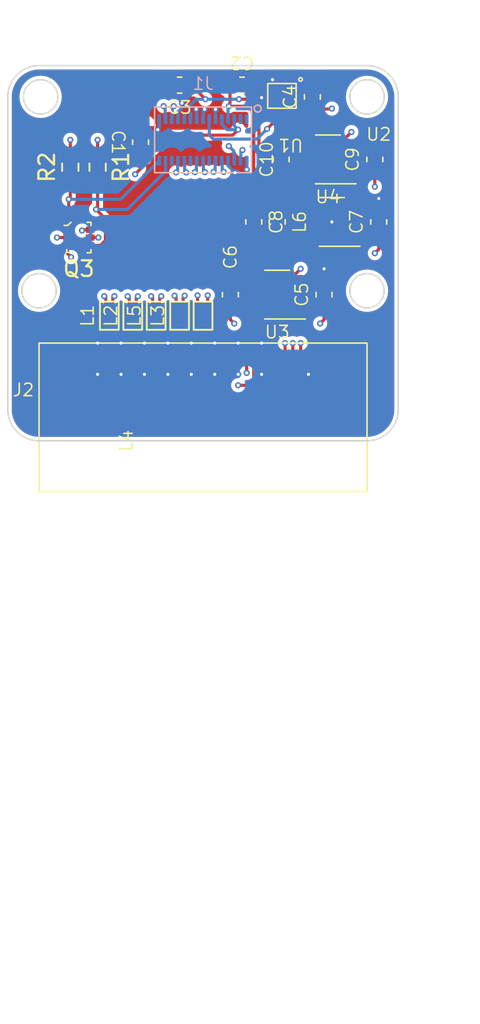
<source format=kicad_pcb>
(kicad_pcb (version 20211014) (generator pcbnew)
  (layers (0 "F.Cu" signal) (1 "In1.Cu" signal) (2 "In2.Cu" signal) (31 "B.Cu" signal) (34 "B.Paste" user) (35 "F.Paste" user) (36 "B.SilkS" user "B.Silkscreen") (37 "F.SilkS" user "F.Silkscreen") (38 "B.Mask" user) (39 "F.Mask" user) (44 "Edge.Cuts" user))
  (net 0 "")
  (net 1 "+1V8")
  (net 2 "SHELL")
  (net 3 "+1V2")
  (net 4 "+2V8")
  (net 5 "+5V")
  (net 8 "MCLK")
  (net 10 "CSI_D3P")
  (net 11 "CSI_D3N")
  (net 12 "CSI_D2N")
  (net 13 "CSI_D2P")
  (net 14 "CSI_D1N")
  (net 15 "CSI_D1P")
  (net 16 "CSI_D0N")
  (net 17 "CSI_D0P")
  (net 18 "CSI_CLKN")
  (net 19 "CSI_CLKP")
  (net 20 "SCL_1V8")
  (net 21 "SDA_1V8")
  (net 22 "MIPI_DATA_3_P")
  (net 23 "MIPI_DATA_3_N")
  (net 24 "MIPI_DATA_2_P")
  (net 25 "MIPI_DATA_2_N")
  (net 26 "MIPI_CLK_P")
  (net 27 "MIPI_CLK_N")
  (net 28 "MIPI_DATA_1_P")
  (net 29 "MIPI_DATA_1_N")
  (net 30 "MIPI_DATA_0_P")
  (net 31 "MIPI_DATA_0_N")
  (net 32 "SAI2_TXFS")
  (net 33 "SAI2_TXC")
  (net 34 "I2C_SCL_3V3")
  (net 35 "I2C_SDA_3V3")
  (net 36 "SAI2_RXD0")
  (net 37 "SAI2_TXD0")
  (net 38 "Net-(L6-Pad2)")
  (net 41 "GND")
  (footprint "unsurv_offline_pcb_footprints:Molex 505110-2891" (layer "F.Cu") (at 32.5 38.75)
    (fp_text reference "J2" (at -11.5 2 unlocked) (layer "F.SilkS") (effects (font (size 0.8 0.8) (thickness 0.1))))
    (fp_text value "FPC 28 pin connector")
    (pad "1" smd roundrect (at -6.75 0) (size 0.3 1) (layers "F.Cu" "F.Paste" "F.Mask") (net 41 "GND"))
    (pad "2" smd roundrect (at -6.25 0) (size 0.3 1) (layers "F.Cu" "F.Paste" "F.Mask") (net 22 "MIPI_DATA_3_P"))
    (pad "3" smd roundrect (at -5.75 0) (size 0.3 1) (layers "F.Cu" "F.Paste" "F.Mask") (net 23 "MIPI_DATA_3_N"))
    (pad "4" smd roundrect (at -5.25 0) (size 0.3 1) (layers "F.Cu" "F.Paste" "F.Mask") (net 41 "GND"))
    (pad "5" smd roundrect (at -4.75 0) (size 0.3 1) (layers "F.Cu" "F.Paste" "F.Mask") (net 24 "MIPI_DATA_2_P"))
    (pad "6" smd roundrect (at -4.25 0) (size 0.3 1) (layers "F.Cu" "F.Paste" "F.Mask") (net 25 "MIPI_DATA_2_N"))
    (pad "7" smd roundrect (at -3.75 0) (size 0.3 1) (layers "F.Cu" "F.Paste" "F.Mask") (net 41 "GND"))
    (pad "8" smd roundrect (at -3.25 0) (size 0.3 1) (layers "F.Cu" "F.Paste" "F.Mask") (net 26 "MIPI_CLK_P"))
    (pad "9" smd roundrect (at -2.75 0) (size 0.3 1) (layers "F.Cu" "F.Paste" "F.Mask") (net 27 "MIPI_CLK_N"))
    (pad "10" smd roundrect (at -2.25 0) (size 0.3 1) (layers "F.Cu" "F.Paste" "F.Mask") (net 41 "GND"))
    (pad "11" smd roundrect (at -1.75 0) (size 0.3 1) (layers "F.Cu" "F.Paste" "F.Mask") (net 28 "MIPI_DATA_1_P"))
    (pad "12" smd roundrect (at -1.25 0) (size 0.3 1) (layers "F.Cu" "F.Paste" "F.Mask") (net 29 "MIPI_DATA_1_N"))
    (pad "13" smd roundrect (at -0.75 0) (size 0.3 1) (layers "F.Cu" "F.Paste" "F.Mask") (net 41 "GND"))
    (pad "14" smd roundrect (at -0.25 0) (size 0.3 1) (layers "F.Cu" "F.Paste" "F.Mask") (net 30 "MIPI_DATA_0_P"))
    (pad "15" smd roundrect (at 0.25 0) (size 0.3 1) (layers "F.Cu" "F.Paste" "F.Mask") (net 31 "MIPI_DATA_0_N"))
    (pad "16" smd roundrect (at 0.75 0) (size 0.3 1) (layers "F.Cu" "F.Paste" "F.Mask") (net 41 "GND"))
    (pad "17" smd roundrect (at 1.25 0) (size 0.3 1) (layers "F.Cu" "F.Paste" "F.Mask") (net 32 "SAI2_TXFS"))
    (pad "18" smd roundrect (at 1.75 0) (size 0.3 1) (layers "F.Cu" "F.Paste" "F.Mask") (net 33 "SAI2_TXC"))
    (pad "19" smd roundrect (at 2.25 0) (size 0.3 1) (layers "F.Cu" "F.Paste" "F.Mask") (net 41 "GND"))
    (pad "20" smd roundrect (at 2.75 0) (size 0.3 1) (layers "F.Cu" "F.Paste" "F.Mask") (net 34 "I2C_SCL_3V3"))
    (pad "21" smd roundrect (at 3.25 0) (size 0.3 1) (layers "F.Cu" "F.Paste" "F.Mask") (net 35 "I2C_SDA_3V3"))
    (pad "22" smd roundrect (at 3.75 0) (size 0.3 1) (layers "F.Cu" "F.Paste" "F.Mask") (net 41 "GND"))
    (pad "23" smd roundrect (at 4.25 0) (size 0.3 1) (layers "F.Cu" "F.Paste" "F.Mask") (net 36 "SAI2_RXD0"))
    (pad "24" smd roundrect (at 4.75 0) (size 0.3 1) (layers "F.Cu" "F.Paste" "F.Mask") (net 37 "SAI2_TXD0"))
    (pad "25" smd roundrect (at 5.25 0) (size 0.3 1) (layers "F.Cu" "F.Paste" "F.Mask") (net 5 "+5V"))
    (pad "26" smd roundrect (at 5.75 0) (size 0.3 1) (layers "F.Cu" "F.Paste" "F.Mask") (net 5 "+5V"))
    (pad "27" smd roundrect (at 6.25 0) (size 0.3 1) (layers "F.Cu" "F.Paste" "F.Mask") (net 5 "+5V"))
    (pad "28" smd roundrect (at 6.75 0) (size 0.3 1) (layers "F.Cu" "F.Paste" "F.Mask") (net 41 "GND"))
    (pad "29" smd roundrect (at -9.05 2.7) (size 2 1.3) (layers "F.Cu" "F.Paste" "F.Mask") (net 2 "SHELL"))
    (pad "30" smd roundrect (at 9.05 2.7) (size 2 1.3) (layers "F.Cu" "F.Paste" "F.Mask") (net 2 "SHELL"))
  )
  (footprint "Capacitor_SMD:C_0603_1608Metric" (layer "F.Cu") (at 37.5 26 90)
    (fp_text reference "C10" (at 0 -0.93 90 unlocked) (layer "F.SilkS") (effects (font (size 0.8 0.8) (thickness 0.1))))
    (fp_text value "1uF")
    (pad "1" smd roundrect (at -0.775 0 90) (size 0.9 0.95) (layers "F.Cu" "F.Paste" "F.Mask") (net 4 "+2V8"))
    (pad "2" smd roundrect (at 0.775 0 90) (size 0.9 0.95) (layers "F.Cu" "F.Paste" "F.Mask") (net 41 "GND"))
  )
  (footprint "unsurv_offline_pcb_footprints:DLP11SN900HL2L_hand_solder" (layer "F.Cu") (at 28 36 90)
    (fp_text reference "L2" (at 0 -1.4 90 unlocked) (layer "F.SilkS") (effects (font (size 0.8 0.8) (thickness 0.1))))
    (fp_text value "DLP11SN900HL2L")
    (pad "1" smd roundrect (at -0.5 -0.275 90) (size 0.4 0.25) (layers "F.Cu" "F.Paste" "F.Mask") (net 24 "MIPI_DATA_2_P"))
    (pad "2" smd roundrect (at 0.5 -0.275 90) (size 0.4 0.25) (layers "F.Cu" "F.Paste" "F.Mask") (net 13 "CSI_D2P"))
    (pad "3" smd roundrect (at 0.5 0.275 90) (size 0.4 0.25) (layers "F.Cu" "F.Paste" "F.Mask") (net 12 "CSI_D2N"))
    (pad "4" smd roundrect (at -0.5 0.275 90) (size 0.4 0.25) (layers "F.Cu" "F.Paste" "F.Mask") (net 25 "MIPI_DATA_2_N"))
  )
  (footprint "unsurv_offline_pcb_footprints:AMPM oscillator" (layer "F.Cu") (at 38.112991 21.587009 180)
    (fp_text reference "U1" (at 0 -3.5 180 unlocked) (layer "F.SilkS") (effects (font (size 0.8 0.8) (thickness 0.1))))
    (fp_text value "AMPM")
    (pad "1" smd roundrect (at 0 0 180) (size 0.43 0.5) (layers "F.Cu" "F.Paste" "F.Mask") (net 1 "+1V8"))
    (pad "2" smd roundrect (at 1.16 0 180) (size 0.35 0.5) (layers "F.Cu" "F.Paste" "F.Mask") (net 41 "GND"))
    (pad "3" smd roundrect (at 1.16 -0.75 180) (size 0.35 0.5) (layers "F.Cu" "F.Paste" "F.Mask") (net 8 "MCLK"))
    (pad "4" smd roundrect (at -0.04 -0.75 180) (size 0.35 0.5) (layers "F.Cu" "F.Paste" "F.Mask") (net 1 "+1V8"))
  )
  (footprint "Capacitor_SMD:C_0603_1608Metric" (layer "F.Cu") (at 35 21.25)
    (fp_text reference "C2" (at 0 -1.43 180 unlocked) (layer "F.SilkS") (effects (font (size 0.8 0.8) (thickness 0.1))))
    (fp_text value "1uF")
    (pad "1" smd roundrect (at -0.775 0) (size 0.9 0.95) (layers "F.Cu" "F.Paste" "F.Mask") (net 3 "+1V2"))
    (pad "2" smd roundrect (at 0.775 0) (size 0.9 0.95) (layers "F.Cu" "F.Paste" "F.Mask") (net 41 "GND"))
  )
  (footprint "Capacitor_SMD:C_0603_1608Metric" (layer "F.Cu") (at 39.5 22 90)
    (fp_text reference "C4" (at 0 -1.43 90 unlocked) (layer "F.SilkS") (effects (font (size 0.8 0.8) (thickness 0.1))))
    (fp_text value "0.1uF")
    (pad "1" smd roundrect (at -0.775 0 90) (size 0.9 0.95) (layers "F.Cu" "F.Paste" "F.Mask") (net 1 "+1V8"))
    (pad "2" smd roundrect (at 0.775 0 90) (size 0.9 0.95) (layers "F.Cu" "F.Paste" "F.Mask") (net 41 "GND"))
  )
  (footprint "Capacitor_SMD:C_0603_1608Metric" (layer "F.Cu") (at 31 21.25 180)
    (fp_text reference "C3" (at 0 -1.43 unlocked) (layer "F.SilkS") (effects (font (size 0.8 0.8) (thickness 0.1))))
    (fp_text value "1uF")
    (pad "1" smd roundrect (at -0.775 0 180) (size 0.9 0.95) (layers "F.Cu" "F.Paste" "F.Mask") (net 4 "+2V8"))
    (pad "2" smd roundrect (at 0.775 0 180) (size 0.9 0.95) (layers "F.Cu" "F.Paste" "F.Mask") (net 41 "GND"))
  )
  (footprint "Package_TO_SOT_SMD:SOT-23-5" (layer "F.Cu") (at 37.25 34.65 180)
    (fp_text reference "U3" (at 0 -2.4 unlocked) (layer "F.SilkS") (effects (font (size 0.8 0.8) (thickness 0.1))))
    (fp_text value "AP7331")
    (pad "1" smd roundrect (at -1.1375 -0.95 180) (size 1.325 0.6) (layers "F.Cu" "F.Paste" "F.Mask") (net 5 "+5V"))
    (pad "2" smd roundrect (at -1.1375 0 180) (size 1.325 0.6) (layers "F.Cu" "F.Paste" "F.Mask") (net 41 "GND"))
    (pad "3" smd roundrect (at -1.1375 0.95 180) (size 1.325 0.6) (layers "F.Cu" "F.Paste" "F.Mask") (net 5 "+5V"))
    (pad "4" smd roundrect (at 1.1375 0.95 180) (size 1.325 0.6) (layers "F.Cu" "F.Paste" "F.Mask"))
    (pad "5" smd roundrect (at 1.1375 -0.95 180) (size 1.325 0.6) (layers "F.Cu" "F.Paste" "F.Mask") (net 1 "+1V8"))
  )
  (footprint "Resistor_SMD:R_0603_1608Metric" (layer "F.Cu") (at 25.75 26.5 -90)
    (fp_text reference "R1" (at 0 -1.5 90) (layer "F.SilkS"))
    (fp_text value "2K2")
    (pad "1" smd roundrect (at -0.825 0 270) (size 0.8 0.95) (layers "F.Cu" "F.Paste" "F.Mask") (net 1 "+1V8"))
    (pad "2" smd roundrect (at 0.825 0 270) (size 0.8 0.95) (layers "F.Cu" "F.Paste" "F.Mask") (net 20 "SCL_1V8"))
  )
  (footprint "Capacitor_SMD:C_0603_1608Metric" (layer "F.Cu") (at 40.25 34.65 90)
    (fp_text reference "C5" (at 0 -1.43 90 unlocked) (layer "F.SilkS") (effects (font (size 0.8 0.8) (thickness 0.1))))
    (fp_text value "1uF")
    (pad "1" smd roundrect (at -0.775 0 90) (size 0.9 0.95) (layers "F.Cu" "F.Paste" "F.Mask") (net 5 "+5V"))
    (pad "2" smd roundrect (at 0.775 0 90) (size 0.9 0.95) (layers "F.Cu" "F.Paste" "F.Mask") (net 41 "GND"))
  )
  (footprint "Capacitor_SMD:C_0603_1608Metric" (layer "F.Cu") (at 28.5 24.9 90)
    (fp_text reference "C1" (at 0 -1.43 270 unlocked) (layer "F.SilkS") (effects (font (size 0.8 0.8) (thickness 0.1))))
    (fp_text value "1uF")
    (pad "1" smd roundrect (at -0.775 0 90) (size 0.9 0.95) (layers "F.Cu" "F.Paste" "F.Mask") (net 1 "+1V8"))
    (pad "2" smd roundrect (at 0.775 0 90) (size 0.9 0.95) (layers "F.Cu" "F.Paste" "F.Mask") (net 41 "GND"))
  )
  (footprint "Capacitor_SMD:C_0603_1608Metric" (layer "F.Cu") (at 34.25 34.65 90)
    (fp_text reference "C6" (at 2.4 0 90 unlocked) (layer "F.SilkS") (effects (font (size 0.8 0.8) (thickness 0.1))))
    (fp_text value "1uF")
    (pad "1" smd roundrect (at -0.775 0 90) (size 0.9 0.95) (layers "F.Cu" "F.Paste" "F.Mask") (net 1 "+1V8"))
    (pad "2" smd roundrect (at 0.775 0 90) (size 0.9 0.95) (layers "F.Cu" "F.Paste" "F.Mask") (net 41 "GND"))
  )
  (footprint "unsurv_offline_pcb_footprints:DLP11SN900HL2L_hand_solder" (layer "F.Cu") (at 29.5 36 90)
    (fp_text reference "L5" (at 0 -1.4 90 unlocked) (layer "F.SilkS") (effects (font (size 0.8 0.8) (thickness 0.1))))
    (fp_text value "DLP11SN900HL2L")
    (pad "1" smd roundrect (at -0.5 -0.275 90) (size 0.4 0.25) (layers "F.Cu" "F.Paste" "F.Mask") (net 26 "MIPI_CLK_P"))
    (pad "2" smd roundrect (at 0.5 -0.275 90) (size 0.4 0.25) (layers "F.Cu" "F.Paste" "F.Mask") (net 19 "CSI_CLKP"))
    (pad "3" smd roundrect (at 0.5 0.275 90) (size 0.4 0.25) (layers "F.Cu" "F.Paste" "F.Mask") (net 18 "CSI_CLKN"))
    (pad "4" smd roundrect (at -0.5 0.275 90) (size 0.4 0.25) (layers "F.Cu" "F.Paste" "F.Mask") (net 27 "MIPI_CLK_N"))
  )
  (footprint "unsurv_offline_pcb_footprints:DLP11SN900HL2L_hand_solder" (layer "F.Cu") (at 26.5 36 90)
    (fp_text reference "L1" (at 0 -1.4 90 unlocked) (layer "F.SilkS") (effects (font (size 0.8 0.8) (thickness 0.1))))
    (fp_text value "DLP11SN900HL2L")
    (pad "1" smd roundrect (at -0.5 -0.275 90) (size 0.4 0.25) (layers "F.Cu" "F.Paste" "F.Mask") (net 22 "MIPI_DATA_3_P"))
    (pad "2" smd roundrect (at 0.5 -0.275 90) (size 0.4 0.25) (layers "F.Cu" "F.Paste" "F.Mask") (net 10 "CSI_D3P"))
    (pad "3" smd roundrect (at 0.5 0.275 90) (size 0.4 0.25) (layers "F.Cu" "F.Paste" "F.Mask") (net 11 "CSI_D3N"))
    (pad "4" smd roundrect (at -0.5 0.275 90) (size 0.4 0.25) (layers "F.Cu" "F.Paste" "F.Mask") (net 23 "MIPI_DATA_3_N"))
  )
  (footprint "unsurv_offline_pcb_footprints:DLP11SN900HL2L_hand_solder" (layer "F.Cu") (at 31 36 90)
    (fp_text reference "L3" (at 0 -1.4 90 unlocked) (layer "F.SilkS") (effects (font (size 0.8 0.8) (thickness 0.1))))
    (fp_text value "DLP11SN900HL2L")
    (pad "1" smd roundrect (at -0.5 -0.275 90) (size 0.4 0.25) (layers "F.Cu" "F.Paste" "F.Mask") (net 28 "MIPI_DATA_1_P"))
    (pad "2" smd roundrect (at 0.5 -0.275 90) (size 0.4 0.25) (layers "F.Cu" "F.Paste" "F.Mask") (net 15 "CSI_D1P"))
    (pad "3" smd roundrect (at 0.5 0.275 90) (size 0.4 0.25) (layers "F.Cu" "F.Paste" "F.Mask") (net 14 "CSI_D1N"))
    (pad "4" smd roundrect (at -0.5 0.275 90) (size 0.4 0.25) (layers "F.Cu" "F.Paste" "F.Mask") (net 29 "MIPI_DATA_1_N"))
  )
  (footprint "Capacitor_SMD:C_0603_1608Metric" (layer "F.Cu") (at 43.75 30 90)
    (fp_text reference "C7" (at 0 -1.43 90 unlocked) (layer "F.SilkS") (effects (font (size 0.8 0.8) (thickness 0.1))))
    (fp_text value "4.7uF")
    (pad "1" smd roundrect (at -0.775 0 90) (size 0.9 0.95) (layers "F.Cu" "F.Paste" "F.Mask") (net 5 "+5V"))
    (pad "2" smd roundrect (at 0.775 0 90) (size 0.9 0.95) (layers "F.Cu" "F.Paste" "F.Mask") (net 41 "GND"))
  )
  (footprint "Resistor_SMD:R_0603_1608Metric" (layer "F.Cu") (at 24 26.5 -90)
    (fp_text reference "R2" (at 0 1.5 90) (layer "F.SilkS"))
    (fp_text value "2K2")
    (pad "1" smd roundrect (at -0.825 0 270) (size 0.8 0.95) (layers "F.Cu" "F.Paste" "F.Mask") (net 1 "+1V8"))
    (pad "2" smd roundrect (at 0.825 0 270) (size 0.8 0.95) (layers "F.Cu" "F.Paste" "F.Mask") (net 21 "SDA_1V8"))
  )
  (footprint "digikey-footprints:SOT-563" (layer "F.Cu") (at 24.55 31 -90)
    (fp_text reference "Q3" (at 2 0) (layer "F.SilkS"))
    (fp_text value "NTZD3154N")
    (pad "1" smd rect locked (at -0.5 0.725 270) (size 0.4 0.55) (layers "F.Cu" "F.Paste" "F.Mask") (net 21 "SDA_1V8"))
    (pad "2" smd rect locked (at 0 0.725 270) (size 0.4 0.55) (layers "F.Cu" "F.Paste" "F.Mask") (net 1 "+1V8"))
    (pad "3" smd rect locked (at 0.5 0.725 270) (size 0.4 0.55) (layers "F.Cu" "F.Paste" "F.Mask") (net 34 "I2C_SCL_3V3"))
    (pad "4" smd rect locked (at 0.5 -0.725 270) (size 0.4 0.55) (layers "F.Cu" "F.Paste" "F.Mask") (net 20 "SCL_1V8"))
    (pad "5" smd rect locked (at 0 -0.725 270) (size 0.4 0.55) (layers "F.Cu" "F.Paste" "F.Mask") (net 1 "+1V8"))
    (pad "6" smd rect locked (at -0.5 -0.725 270) (size 0.4 0.55) (layers "F.Cu" "F.Paste" "F.Mask") (net 35 "I2C_SDA_3V3"))
  )
  (footprint "Package_TO_SOT_SMD:SOT-23-5" (layer "F.Cu") (at 40.75 30 180)
    (fp_text reference "U2" (at -3 5.6 unlocked) (layer "F.SilkS") (effects (font (size 0.8 0.8) (thickness 0.1))))
    (fp_text value "LM3670MF")
    (pad "1" smd roundrect (at -1.1375 -0.95 180) (size 1.325 0.6) (layers "F.Cu" "F.Paste" "F.Mask") (net 5 "+5V"))
    (pad "2" smd roundrect (at -1.1375 0 180) (size 1.325 0.6) (layers "F.Cu" "F.Paste" "F.Mask") (net 41 "GND"))
    (pad "3" smd roundrect (at -1.1375 0.95 180) (size 1.325 0.6) (layers "F.Cu" "F.Paste" "F.Mask") (net 5 "+5V"))
    (pad "4" smd roundrect (at 1.1375 0.95 180) (size 1.325 0.6) (layers "F.Cu" "F.Paste" "F.Mask") (net 3 "+1V2"))
    (pad "5" smd roundrect (at 1.1375 -0.95 180) (size 1.325 0.6) (layers "F.Cu" "F.Paste" "F.Mask") (net 38 "Net-(L6-Pad2)"))
  )
  (footprint "Capacitor_SMD:C_0603_1608Metric" (layer "F.Cu") (at 37.25 30 -90)
    (fp_text reference "L6" (at 0 -1.43 90 unlocked) (layer "F.SilkS") (effects (font (size 0.8 0.8) (thickness 0.1))))
    (fp_text value "10uF")
    (pad "1" smd roundrect (at -0.775 0 270) (size 0.9 0.95) (layers "F.Cu" "F.Paste" "F.Mask") (net 3 "+1V2"))
    (pad "2" smd roundrect (at 0.775 0 270) (size 0.9 0.95) (layers "F.Cu" "F.Paste" "F.Mask") (net 38 "Net-(L6-Pad2)"))
  )
  (footprint "Capacitor_SMD:C_0603_1608Metric" (layer "F.Cu") (at 43.5 26 90)
    (fp_text reference "C9" (at 0 -1.43 90 unlocked) (layer "F.SilkS") (effects (font (size 0.8 0.8) (thickness 0.1))))
    (fp_text value "1uF")
    (pad "1" smd roundrect (at -0.775 0 90) (size 0.9 0.95) (layers "F.Cu" "F.Paste" "F.Mask") (net 5 "+5V"))
    (pad "2" smd roundrect (at 0.775 0 90) (size 0.9 0.95) (layers "F.Cu" "F.Paste" "F.Mask") (net 41 "GND"))
  )
  (footprint "Capacitor_SMD:C_0603_1608Metric" (layer "F.Cu") (at 35.75 30 -90)
    (fp_text reference "C8" (at 0 -1.43 90 unlocked) (layer "F.SilkS") (effects (font (size 0.8 0.8) (thickness 0.1))))
    (fp_text value "10uF")
    (pad "1" smd roundrect (at -0.775 0 270) (size 0.9 0.95) (layers "F.Cu" "F.Paste" "F.Mask") (net 3 "+1V2"))
    (pad "2" smd roundrect (at 0.775 0 270) (size 0.9 0.95) (layers "F.Cu" "F.Paste" "F.Mask") (net 41 "GND"))
  )
  (footprint "unsurv_offline_pcb_footprints:DLP11SN900HL2L_hand_solder" (layer "F.Cu") (at 32.5 36 90)
    (fp_text reference "L4" (at -8 -4.9 90 unlocked) (layer "F.SilkS") (effects (font (size 0.8 0.8) (thickness 0.1))))
    (fp_text value "DLP11SN900HL2L")
    (pad "1" smd roundrect (at -0.5 -0.275 90) (size 0.4 0.25) (layers "F.Cu" "F.Paste" "F.Mask") (net 30 "MIPI_DATA_0_P"))
    (pad "2" smd roundrect (at 0.5 -0.275 90) (size 0.4 0.25) (layers "F.Cu" "F.Paste" "F.Mask") (net 17 "CSI_D0P"))
    (pad "3" smd roundrect (at 0.5 0.275 90) (size 0.4 0.25) (layers "F.Cu" "F.Paste" "F.Mask") (net 16 "CSI_D0N"))
    (pad "4" smd roundrect (at -0.5 0.275 90) (size 0.4 0.25) (layers "F.Cu" "F.Paste" "F.Mask") (net 31 "MIPI_DATA_0_N"))
  )
  (footprint "Package_TO_SOT_SMD:SOT-23-5" (layer "F.Cu") (at 40.5 26 180)
    (fp_text reference "U4" (at 0 -2.4 unlocked) (layer "F.SilkS") (effects (font (size 0.8 0.8) (thickness 0.1))))
    (fp_text value "AP7331")
    (pad "1" smd roundrect (at -1.1375 -0.95 180) (size 1.325 0.6) (layers "F.Cu" "F.Paste" "F.Mask") (net 5 "+5V"))
    (pad "2" smd roundrect (at -1.1375 0 180) (size 1.325 0.6) (layers "F.Cu" "F.Paste" "F.Mask") (net 41 "GND"))
    (pad "3" smd roundrect (at -1.1375 0.95 180) (size 1.325 0.6) (layers "F.Cu" "F.Paste" "F.Mask") (net 5 "+5V"))
    (pad "4" smd roundrect (at 1.1375 0.95 180) (size 1.325 0.6) (layers "F.Cu" "F.Paste" "F.Mask"))
    (pad "5" smd roundrect (at 1.1375 -0.95 180) (size 1.325 0.6) (layers "F.Cu" "F.Paste" "F.Mask") (net 4 "+2V8"))
  )
  (footprint "unsurv_offline_pcb_footprints:DF37NC-30DS" (layer "B.Cu") (at 32.5 24.75 180)
    (fp_text reference "J1" (at 0 3.6 unlocked) (layer "B.SilkS") (effects (font (size 0.8 0.8) (thickness 0.1)) (justify mirror)))
    (fp_text value "DF37NC-30DS-0.4V")
    (pad "1" smd roundrect (at -2.8 1.325 180) (size 0.23 0.63) (layers "B.Cu" "B.Paste" "B.Mask"))
    (pad "2" smd roundrect (at -2.4 1.325 180) (size 0.23 0.63) (layers "B.Cu" "B.Paste" "B.Mask"))
    (pad "3" smd roundrect (at -2 1.325 180) (size 0.23 0.63) (layers "B.Cu" "B.Paste" "B.Mask") (net 1 "+1V8"))
    (pad "4" smd roundrect (at -1.6 1.325 180) (size 0.23 0.63) (layers "B.Cu" "B.Paste" "B.Mask") (net 3 "+1V2"))
    (pad "5" smd roundrect (at -1.2 1.325 180) (size 0.23 0.63) (layers "B.Cu" "B.Paste" "B.Mask") (net 1 "+1V8"))
    (pad "6" smd roundrect (at -0.8 1.325 180) (size 0.23 0.63) (layers "B.Cu" "B.Paste" "B.Mask") (net 41 "GND"))
    (pad "7" smd roundrect (at -0.4 1.325 180) (size 0.23 0.63) (layers "B.Cu" "B.Paste" "B.Mask") (net 8 "MCLK"))
    (pad "8" smd roundrect (at 0 1.325 180) (size 0.23 0.63) (layers "B.Cu" "B.Paste" "B.Mask") (net 41 "GND"))
    (pad "9" smd roundrect (at 0.4 1.325 180) (size 0.23 0.63) (layers "B.Cu" "B.Paste" "B.Mask") (net 41 "GND"))
    (pad "10" smd roundrect (at 0.8 1.325 180) (size 0.23 0.63) (layers "B.Cu" "B.Paste" "B.Mask") (net 4 "+2V8"))
    (pad "11" smd roundrect (at 1.2 1.325 180) (size 0.23 0.63) (layers "B.Cu" "B.Paste" "B.Mask"))
    (pad "12" smd roundrect (at 1.6 1.325 180) (size 0.23 0.63) (layers "B.Cu" "B.Paste" "B.Mask") (net 41 "GND"))
    (pad "13" smd roundrect (at 2 1.325 180) (size 0.23 0.63) (layers "B.Cu" "B.Paste" "B.Mask") (net 10 "CSI_D3P"))
    (pad "14" smd roundrect (at 2.4 1.325 180) (size 0.23 0.63) (layers "B.Cu" "B.Paste" "B.Mask") (net 11 "CSI_D3N"))
    (pad "15" smd roundrect (at 2.8 1.325 180) (size 0.23 0.63) (layers "B.Cu" "B.Paste" "B.Mask") (net 41 "GND"))
    (pad "16" smd roundrect (at -2.8 -1.325 180) (size 0.23 0.63) (layers "B.Cu" "B.Paste" "B.Mask") (net 41 "GND"))
    (pad "17" smd roundrect (at -2.4 -1.325 180) (size 0.23 0.63) (layers "B.Cu" "B.Paste" "B.Mask") (net 12 "CSI_D2N"))
    (pad "18" smd roundrect (at -2 -1.325 180) (size 0.23 0.63) (layers "B.Cu" "B.Paste" "B.Mask") (net 13 "CSI_D2P"))
    (pad "19" smd roundrect (at -1.6 -1.325 180) (size 0.23 0.63) (layers "B.Cu" "B.Paste" "B.Mask") (net 41 "GND"))
    (pad "20" smd roundrect (at -1.2 -1.325 180) (size 0.23 0.63) (layers "B.Cu" "B.Paste" "B.Mask") (net 14 "CSI_D1N"))
    (pad "21" smd roundrect (at -0.8 -1.325 180) (size 0.23 0.63) (layers "B.Cu" "B.Paste" "B.Mask") (net 15 "CSI_D1P"))
    (pad "22" smd roundrect (at -0.4 -1.325 180) (size 0.23 0.63) (layers "B.Cu" "B.Paste" "B.Mask") (net 41 "GND"))
    (pad "23" smd roundrect (at 0 -1.325 180) (size 0.23 0.63) (layers "B.Cu" "B.Paste" "B.Mask") (net 16 "CSI_D0N"))
    (pad "24" smd roundrect (at 0.4 -1.325 180) (size 0.23 0.63) (layers "B.Cu" "B.Paste" "B.Mask") (net 17 "CSI_D0P"))
    (pad "25" smd roundrect (at 0.8 -1.325 180) (size 0.23 0.63) (layers "B.Cu" "B.Paste" "B.Mask") (net 41 "GND"))
    (pad "26" smd roundrect (at 1.2 -1.325 180) (size 0.23 0.63) (layers "B.Cu" "B.Paste" "B.Mask") (net 18 "CSI_CLKN"))
    (pad "27" smd roundrect (at 1.6 -1.325 180) (size 0.23 0.63) (layers "B.Cu" "B.Paste" "B.Mask") (net 19 "CSI_CLKP"))
    (pad "28" smd roundrect (at 2 -1.325 180) (size 0.23 0.63) (layers "B.Cu" "B.Paste" "B.Mask") (net 41 "GND"))
    (pad "29" smd roundrect (at 2.4 -1.325 180) (size 0.23 0.63) (layers "B.Cu" "B.Paste" "B.Mask") (net 20 "SCL_1V8"))
    (pad "30" smd roundrect (at 2.8 -1.325 180) (size 0.23 0.63) (layers "B.Cu" "B.Paste" "B.Mask") (net 21 "SDA_1V8"))
  )
  (gr_line (start 43 44) (end 22 44) (layer "Edge.Cuts") (width 0.1))
  (gr_arc (start 22 44) (mid 20.585786 43.414214) (end 20 42) (layer "Edge.Cuts") (width 0.1))
  (gr_arc (start 45 42) (mid 44.414214 43.414214) (end 43 44) (layer "Edge.Cuts") (width 0.1))
  (gr_circle (center 22.1 22) (end 23.2 22) (layer "Edge.Cuts") (width 0.1) (fill none))
  (gr_arc (start 20 22) (mid 20.585786 20.585786) (end 22 20) (layer "Edge.Cuts") (width 0.1))
  (gr_arc (start 43 20) (mid 44.414214 20.585786) (end 45 22) (layer "Edge.Cuts") (width 0.1))
  (gr_line (start 20 42) (end 20 22) (layer "Edge.Cuts") (width 0.1))
  (gr_circle (center 43 34.4) (end 44.1 34.4) (layer "Edge.Cuts") (width 0.1) (fill none))
  (gr_circle (center 43 22) (end 44.1 22) (layer "Edge.Cuts") (width 0.1) (fill none))
  (gr_circle (center 22 34.4) (end 23.1 34.4) (layer "Edge.Cuts") (width 0.1) (fill none))
  (gr_line (start 22 20) (end 43 20) (layer "Edge.Cuts") (width 0.1))
  (gr_line (start 45 22) (end 45 42) (layer "Edge.Cuts") (width 0.1))
  (segment (start 34.425 35.6) (end 34.25 35.425) (width 0.2) (layer "F.Cu") (net 1))
  (segment (start 34.25 36.25) (end 34.5 36.5) (width 0.2) (layer "F.Cu") (net 1))
  (segment (start 38.590982 22.775) (end 38.152991 22.337009) (width 0.2) (layer "F.Cu") (net 1))
  (segment (start 39.300982 22.775) (end 38.112991 21.587009) (width 0.2) (layer "F.Cu") (net 1))
  (segment (start 23.825 31) (end 23.15 31) (width 0.2) (layer "F.Cu") (net 1))
  (segment (start 39.5 22.775) (end 40.725 22.775) (width 0.2) (layer "F.Cu") (net 1))
  (segment (start 34.25 35.425) (end 34.25 36.25) (width 0.2) (layer "F.Cu") (net 1))
  (segment (start 39.5 22.775) (end 39.300982 22.775) (width 0.2) (layer "F.Cu") (net 1))
  (segment (start 28.5 25.675) (end 28.5 26.6) (width 0.2) (layer "F.Cu") (net 1))
  (segment (start 39.5 22.775) (end 38.590982 22.775) (width 0.2) (layer "F.Cu") (net 1))
  (segment (start 40.725 22.775) (end 40.75 22.75) (width 0.2) (layer "F.Cu") (net 1))
  (segment (start 25.275 31) (end 25.8 31) (width 0.2) (layer "F.Cu") (net 1))
  (segment (start 29.025 25.675) (end 28.5 25.675) (width 0.2) (layer "F.Cu") (net 1))
  (segment (start 28.5 26.6) (end 28.15 26.95) (width 0.2) (layer "F.Cu") (net 1))
  (segment (start 34.4 24.45) (end 30.25 24.45) (width 0.2) (layer "F.Cu") (net 1))
  (segment (start 25.75 25.675) (end 25.75 24.75) (width 0.2) (layer "F.Cu") (net 1))
  (segment (start 24 25.675) (end 24 24.75) (width 0.2) (layer "F.Cu") (net 1))
  (segment (start 36.1125 35.6) (end 34.425 35.6) (width 0.2) (layer "F.Cu") (net 1))
  (segment (start 30.25 24.45) (end 29.025 25.675) (width 0.2) (layer "F.Cu") (net 1))
  (segment (start 34.75 24.1) (end 34.4 24.45) (width 0.2) (layer "F.Cu") (net 1))
  (via (at 34.75 24.1) (size 0.4) (drill 0.2) (layers "F.Cu" "B.Cu") (net 1))
  (via (at 25.75 24.75) (size 0.4) (drill 0.2) (layers "F.Cu" "B.Cu") (net 1))
  (via (at 40.75 22.75) (size 0.4) (drill 0.2) (layers "F.Cu" "B.Cu") (net 1))
  (via (at 25.8 31) (size 0.4) (drill 0.2) (layers "F.Cu" "B.Cu") (net 1))
  (via (at 23.15 31) (size 0.4) (drill 0.2) (layers "F.Cu" "B.Cu") (net 1))
  (via (at 28.15 26.95) (size 0.4) (drill 0.2) (layers "F.Cu" "B.Cu") (net 1))
  (via (at 34.5 36.5) (size 0.4) (drill 0.2) (layers "F.Cu" "B.Cu") (net 1))
  (via (at 24 24.75) (size 0.4) (drill 0.2) (layers "F.Cu" "B.Cu") (net 1))
  (segment (start 34.75 24.1) (end 34.053414 24.1) (width 0.2) (layer "B.Cu") (net 1))
  (segment (start 34.5 23.85) (end 34.5 23.425) (width 0.2) (layer "B.Cu") (net 1))
  (segment (start 34.75 24.1) (end 34.5 23.85) (width 0.2) (layer "B.Cu") (net 1))
  (segment (start 34.053414 24.1) (end 33.7 23.746586) (width 0.2) (layer "B.Cu") (net 1))
  (segment (start 33.7 23.746586) (end 33.7 23.425) (width 0.2) (layer "B.Cu") (net 1))
  (segment (start 34.225 22.525) (end 34.15 22.6) (width 0.2) (layer "F.Cu") (net 3))
  (segment (start 37.425 29.05) (end 37.25 29.225) (width 0.2) (layer "F.Cu") (net 3))
  (segment (start 34.225 21.25) (end 34.225 22.525) (width 0.2) (layer "F.Cu") (net 3))
  (segment (start 35.45 22.6) (end 34.15 22.6) (width 0.2) (layer "F.Cu") (net 3))
  (segment (start 35.75 22.9) (end 35.45 22.6) (width 0.2) (layer "F.Cu") (net 3))
  (segment (start 39.6125 29.05) (end 37.425 29.05) (width 0.2) (layer "F.Cu") (net 3))
  (segment (start 35.75 29.225) (end 35.75 22.9) (width 0.2) (layer "F.Cu") (net 3))
  (segment (start 37.25 29.225) (end 35.75 29.225) (width 0.2) (layer "F.Cu") (net 3))
  (via (at 34.15 22.6) (size 0.4) (drill 0.2) (layers "F.Cu" "B.Cu") (net 3))
  (segment (start 34.1 23.425) (end 34.1 22.65) (width 0.2) (layer "B.Cu") (net 3))
  (segment (start 34.1 22.65) (end 34.15 22.6) (width 0.2) (layer "B.Cu") (net 3))
  (segment (start 37.675 26.95) (end 37.5 26.775) (width 0.2) (layer "F.Cu") (net 4))
  (segment (start 37.5 26.775) (end 36.08 25.355) (width 0.2) (layer "F.Cu") (net 4))
  (segment (start 35.46669 22.15) (end 34.8 22.15) (width 0.2) (layer "F.Cu") (net 4))
  (segment (start 31.775 21.25) (end 31.775 21.275) (width 0.2) (layer "F.Cu") (net 4))
  (segment (start 31.775 21.275) (end 32.65 22.15) (width 0.2) (layer "F.Cu") (net 4))
  (segment (start 36.079999 22.763309) (end 35.46669 22.15) (width 0.2) (layer "F.Cu") (net 4))
  (segment (start 39.3625 26.95) (end 37.675 26.95) (width 0.2) (layer "F.Cu") (net 4))
  (segment (start 36.08 25.355) (end 36.079999 22.763309) (width 0.2) (layer "F.Cu") (net 4))
  (via (at 32.65 22.15) (size 0.4) (drill 0.2) (layers "F.Cu" "B.Cu") (net 4))
  (via (at 34.8 22.15) (size 0.4) (drill 0.2) (layers "F.Cu" "B.Cu") (net 4))
  (segment (start 31.7 23.064692) (end 31.611662 22.976354) (width 0.2) (layer "B.Cu") (net 4))
  (segment (start 31.611662 22.976354) (end 31.611662 22.60356) (width 0.2) (layer "B.Cu") (net 4))
  (segment (start 31.7 23.425) (end 31.7 23.064692) (width 0.2) (layer "B.Cu") (net 4))
  (segment (start 32.65 22.15) (end 34.8 22.15) (width 0.2) (layer "B.Cu") (net 4))
  (segment (start 32.065222 22.15) (end 32.65 22.15) (width 0.2) (layer "B.Cu") (net 4))
  (segment (start 31.611662 22.60356) (end 32.065222 22.15) (width 0.2) (layer "B.Cu") (net 4))
  (segment (start 43.75 30.775) (end 42.0625 30.775) (width 0.2) (layer "F.Cu") (net 5))
  (segment (start 41.6375 24.6125) (end 42 24.25) (width 0.2) (layer "F.Cu") (net 5))
  (segment (start 43.5 26.775) (end 41.8125 26.775) (width 0.2) (layer "F.Cu") (net 5))
  (segment (start 38.75 38.75) (end 38.75 37.75) (width 0.2) (layer "F.Cu") (net 5))
  (segment (start 42.3 29.05) (end 41.8875 29.05) (width 0.2) (layer "F.Cu") (net 5))
  (segment (start 43.75 31.75) (end 43.5 32) (width 0.2) (layer "F.Cu") (net 5))
  (segment (start 43.75 30.775) (end 43.75 30.5) (width 0.2) (layer "F.Cu") (net 5))
  (segment (start 38.25 38.75) (end 38.25 37.75) (width 0.2) (layer "F.Cu") (net 5))
  (segment (start 41.8125 26.775) (end 41.6375 26.95) (width 0.2) (layer "F.Cu") (net 5))
  (segment (start 40.25 36.25) (end 40 36.5) (width 0.2) (layer "F.Cu") (net 5))
  (segment (start 40.25 35.425) (end 38.5625 35.425) (width 0.2) (layer "F.Cu") (net 5))
  (segment (start 42.0625 30.775) (end 41.8875 30.95) (width 0.2) (layer "F.Cu") (net 5))
  (segment (start 43.5 26.775) (end 43.5 27.75) (width 0.2) (layer "F.Cu") (net 5))
  (segment (start 38.5625 35.425) (end 38.3875 35.6) (width 0.2) (layer "F.Cu") (net 5))
  (segment (start 40.25 35.425) (end 40.25 36.25) (width 0.2) (layer "F.Cu") (net 5))
  (segment (start 43.75 30.5) (end 42.3 29.05) (width 0.2) (layer "F.Cu") (net 5))
  (segment (start 43.75 30.775) (end 43.75 31.75) (width 0.2) (layer "F.Cu") (net 5))
  (segment (start 37.75 38.75) (end 37.75 37.75) (width 0.2) (layer "F.Cu") (net 5))
  (segment (start 38.3875 33.3625) (end 38.75 33) (width 0.2) (layer "F.Cu") (net 5))
  (segment (start 41.6375 25.05) (end 41.6375 24.6125) (width 0.2) (layer "F.Cu") (net 5))
  (segment (start 38.3875 33.7) (end 38.3875 33.3625) (width 0.2) (layer "F.Cu") (net 5))
  (via (at 40 36.5) (size 0.4) (drill 0.2) (layers "F.Cu" "B.Cu") (net 5))
  (via (at 43.5 27.75) (size 0.4) (drill 0.2) (layers "F.Cu" "B.Cu") (net 5))
  (via (at 42 24.25) (size 0.4) (drill 0.2) (layers "F.Cu" "B.Cu") (net 5))
  (via (at 38.75 33) (size 0.4) (drill 0.2) (layers "F.Cu" "B.Cu") (net 5))
  (via (at 38.25 37.75) (size 0.4) (drill 0.2) (layers "F.Cu" "B.Cu") (net 5))
  (via (at 43.5 32) (size 0.4) (drill 0.2) (layers "F.Cu" "B.Cu") (net 5))
  (via (at 38.75 37.75) (size 0.4) (drill 0.2) (layers "F.Cu" "B.Cu") (net 5))
  (via (at 37.75 37.75) (size 0.4) (drill 0.2) (layers "F.Cu" "B.Cu") (net 5))
  (segment (start 36.952991 22.337009) (end 36.952991 23.697009) (width 0.2) (layer "F.Cu") (net 8))
  (segment (start 36.952991 23.697009) (end 36.6 24.05) (width 0.2) (layer "F.Cu") (net 8))
  (via (at 36.6 24.05) (size 0.4) (drill 0.2) (layers "F.Cu" "B.Cu") (net 8))
  (segment (start 33.15 24.7) (end 32.9 24.45) (width 0.2) (layer "B.Cu") (net 8))
  (segment (start 32.9 24.45) (end 32.9 23.425) (width 0.2) (layer "B.Cu") (net 8))
  (segment (start 36.6 24.05) (end 35.95 24.7) (width 0.2) (layer "B.Cu") (net 8))
  (segment (start 35.95 24.7) (end 33.15 24.7) (width 0.2) (layer "B.Cu") (net 8))
  (segment (start 26.274999 35.450001) (end 26.225 35.5) (width 0.2) (layer "F.Cu") (net 10))
  (segment (start 26.274999 34.849999) (end 26.274999 35.450001) (width 0.2) (layer "F.Cu") (net 10))
  (segment (start 26.175 34.75) (end 26.274999 34.849999) (width 0.2) (layer "F.Cu") (net 10))
  (via (at 26.175 34.75) (size 0.4) (drill 0.2) (layers "F.Cu" "B.Cu") (net 10))
  (via (at 30.625 22.591575) (size 0.4) (drill 0.2) (layers "F.Cu" "B.Cu") (net 10))
  (segment (start 30.525001 23.399999) (end 30.525001 22.691574) (width 0.2) (layer "B.Cu") (net 10))
  (segment (start 30.5 23.425) (end 30.525001 23.399999) (width 0.2) (layer "B.Cu") (net 10))
  (segment (start 30.525001 22.691574) (end 30.625 22.591575) (width 0.2) (layer "B.Cu") (net 10))
  (segment (start 26.825 34.75) (end 26.725001 34.849999) (width 0.2) (layer "F.Cu") (net 11))
  (segment (start 26.725001 35.450001) (end 26.775 35.5) (width 0.2) (layer "F.Cu") (net 11))
  (segment (start 26.725001 34.849999) (end 26.725001 35.450001) (width 0.2) (layer "F.Cu") (net 11))
  (via (at 26.825 34.75) (size 0.4) (drill 0.2) (layers "F.Cu" "B.Cu") (net 11))
  (via (at 29.975 22.591575) (size 0.4) (drill 0.2) (layers "F.Cu" "B.Cu") (net 11))
  (segment (start 30.074999 22.691574) (end 29.975 22.591575) (width 0.2) (layer "B.Cu") (net 11))
  (segment (start 30.074999 23.399999) (end 30.074999 22.691574) (width 0.2) (layer "B.Cu") (net 11))
  (segment (start 30.1 23.425) (end 30.074999 23.399999) (width 0.2) (layer "B.Cu") (net 11))
  (segment (start 28.225001 35.450001) (end 28.225001 34.856302) (width 0.2) (layer "F.Cu") (net 12))
  (segment (start 28.225001 34.856302) (end 28.325 34.756303) (width 0.2) (layer "F.Cu") (net 12))
  (segment (start 28.275 35.5) (end 28.225001 35.450001) (width 0.2) (layer "F.Cu") (net 12))
  (via (at 28.325 34.756303) (size 0.4) (drill 0.2) (layers "F.Cu" "B.Cu") (net 12))
  (via (at 35.025 25.399497) (size 0.4) (drill 0.2) (layers "F.Cu" "B.Cu") (net 12))
  (segment (start 34.9 26.075) (end 34.925001 26.049999) (width 0.2) (layer "B.Cu") (net 12))
  (segment (start 34.925001 25.499496) (end 35.025 25.399497) (width 0.2) (layer "B.Cu") (net 12))
  (segment (start 34.925001 26.049999) (end 34.925001 25.499496) (width 0.2) (layer "B.Cu") (net 12))
  (segment (start 27.774999 35.450001) (end 27.774999 34.856302) (width 0.2) (layer "F.Cu") (net 13))
  (segment (start 27.774999 34.856302) (end 27.675 34.756303) (width 0.2) (layer "F.Cu") (net 13))
  (segment (start 27.725 35.5) (end 27.774999 35.450001) (width 0.2) (layer "F.Cu") (net 13))
  (via (at 27.675 34.756303) (size 0.4) (drill 0.2) (layers "F.Cu" "B.Cu") (net 13))
  (via (at 34.15 25.15) (size 0.4) (drill 0.2) (layers "F.Cu" "B.Cu") (net 13))
  (segment (start 34.474999 25.474999) (end 34.474999 26.049999) (width 0.2) (layer "B.Cu") (net 13))
  (segment (start 34.474999 26.049999) (end 34.5 26.075) (width 0.2) (layer "B.Cu") (net 13))
  (segment (start 34.15 25.15) (end 34.474999 25.474999) (width 0.2) (layer "B.Cu") (net 13))
  (segment (start 31.225001 35.450001) (end 31.225001 34.818093) (width 0.2) (layer "F.Cu") (net 14))
  (segment (start 31.275 35.5) (end 31.225001 35.450001) (width 0.2) (layer "F.Cu") (net 14))
  (segment (start 31.225001 34.818093) (end 31.325 34.718094) (width 0.2) (layer "F.Cu") (net 14))
  (via (at 31.325 34.718094) (size 0.4) (drill 0.2) (layers "F.Cu" "B.Cu") (net 14))
  (via (at 33.825 26.795171) (size 0.4) (drill 0.2) (layers "F.Cu" "B.Cu") (net 14))
  (segment (start 33.725001 26.100001) (end 33.725001 26.695172) (width 0.2) (layer "B.Cu") (net 14))
  (segment (start 33.7 26.075) (end 33.725001 26.100001) (width 0.2) (layer "B.Cu") (net 14))
  (segment (start 33.725001 26.695172) (end 33.825 26.795171) (width 0.2) (layer "B.Cu") (net 14))
  (segment (start 30.774999 34.818093) (end 30.675 34.718094) (width 0.2) (layer "F.Cu") (net 15))
  (segment (start 30.725 35.5) (end 30.774999 35.450001) (width 0.2) (layer "F.Cu") (net 15))
  (segment (start 30.774999 35.450001) (end 30.774999 34.818093) (width 0.2) (layer "F.Cu") (net 15))
  (via (at 33.175 26.795171) (size 0.4) (drill 0.2) (layers "F.Cu" "B.Cu") (net 15))
  (via (at 30.675 34.718094) (size 0.4) (drill 0.2) (layers "F.Cu" "B.Cu") (net 15))
  (segment (start 33.274999 26.695172) (end 33.175 26.795171) (width 0.2) (layer "B.Cu") (net 15))
  (segment (start 33.274999 26.100001) (end 33.274999 26.695172) (width 0.2) (layer "B.Cu") (net 15))
  (segment (start 33.3 26.075) (end 33.274999 26.100001) (width 0.2) (layer "B.Cu") (net 15))
  (segment (start 32.8 35.475) (end 32.775 35.5) (width 0.2) (layer "F.Cu") (net 16))
  (segment (start 32.8 34.7) (end 32.8 35.475) (width 0.2) (layer "F.Cu") (net 16))
  (via (at 32.8 34.7) (size 0.4) (drill 0.2) (layers "F.Cu" "B.Cu") (net 16))
  (via (at 32.625 26.81772) (size 0.4) (drill 0.2) (layers "F.Cu" "B.Cu") (net 16))
  (segment (start 32.5 26.075) (end 32.525001 26.100001) (width 0.2) (layer "B.Cu") (net 16))
  (segment (start 32.525001 26.100001) (end 32.525001 26.717721) (width 0.2) (layer "B.Cu") (net 16))
  (segment (start 32.525001 26.717721) (end 32.625 26.81772) (width 0.2) (layer "B.Cu") (net 16))
  (segment (start 32.15 34.7) (end 32.15 35.425) (width 0.2) (layer "F.Cu") (net 17))
  (segment (start 32.15 35.425) (end 32.225 35.5) (width 0.2) (layer "F.Cu") (net 17))
  (via (at 32.15 34.7) (size 0.4) (drill 0.2) (layers "F.Cu" "B.Cu") (net 17))
  (via (at 31.975 26.81772) (size 0.4) (drill 0.2) (layers "F.Cu" "B.Cu") (net 17))
  (segment (start 32.074999 26.100001) (end 32.074999 26.717721) (width 0.2) (layer "B.Cu") (net 17))
  (segment (start 32.1 26.075) (end 32.074999 26.100001) (width 0.2) (layer "B.Cu") (net 17))
  (segment (start 32.074999 26.717721) (end 31.975 26.81772) (width 0.2) (layer "B.Cu") (net 17))
  (segment (start 29.725001 35.450001) (end 29.725001 34.849999) (width 0.2) (layer "F.Cu") (net 18))
  (segment (start 29.725001 34.849999) (end 29.825 34.75) (width 0.2) (layer "F.Cu") (net 18))
  (segment (start 29.775 35.5) (end 29.725001 35.450001) (width 0.2) (layer "F.Cu") (net 18))
  (via (at 29.825 34.75) (size 0.4) (drill 0.2) (layers "F.Cu" "B.Cu") (net 18))
  (via (at 31.425 26.833353) (size 0.4) (drill 0.2) (layers "F.Cu" "B.Cu") (net 18))
  (segment (start 31.325001 26.733354) (end 31.425 26.833353) (width 0.2) (layer "B.Cu") (net 18))
  (segment (start 31.3 26.075) (end 31.325001 26.100001) (width 0.2) (layer "B.Cu") (net 18))
  (segment (start 31.325001 26.100001) (end 31.325001 26.733354) (width 0.2) (layer "B.Cu") (net 18))
  (segment (start 29.274999 35.450001) (end 29.274999 34.849999) (width 0.2) (layer "F.Cu") (net 19))
  (segment (start 29.225 35.5) (end 29.274999 35.450001) (width 0.2) (layer "F.Cu") (net 19))
  (segment (start 29.274999 34.849999) (end 29.175 34.75) (width 0.2) (layer "F.Cu") (net 19))
  (via (at 30.775 26.833353) (size 0.4) (drill 0.2) (layers "F.Cu" "B.Cu") (net 19))
  (via (at 29.175 34.75) (size 0.4) (drill 0.2) (layers "F.Cu" "B.Cu") (net 19))
  (segment (start 30.9 26.075) (end 30.874999 26.100001) (width 0.2) (layer "B.Cu") (net 19))
  (segment (start 30.874999 26.100001) (end 30.874999 26.733354) (width 0.2) (layer "B.Cu") (net 19))
  (segment (start 30.874999 26.733354) (end 30.775 26.833353) (width 0.2) (layer "B.Cu") (net 19))
  (segment (start 25.936397 31.5) (end 25.275 31.5) (width 0.2) (layer "F.Cu") (net 20))
  (segment (start 26.25 29.8) (end 26.25 31.186397) (width 0.2) (layer "F.Cu") (net 20))
  (segment (start 25.75 29.1) (end 25.65 29.2) (width 0.2) (layer "F.Cu") (net 20))
  (segment (start 26.25 31.186397) (end 25.936397 31.5) (width 0.2) (layer "F.Cu") (net 20))
  (segment (start 25.65 29.2) (end 26.25 29.8) (width 0.2) (layer "F.Cu") (net 20))
  (segment (start 25.75 27.325) (end 25.75 29.1) (width 0.2) (layer "F.Cu") (net 20))
  (via (at 25.65 29.2) (size 0.4) (drill 0.2) (layers "F.Cu" "B.Cu") (net 20))
  (segment (start 27.65 29.2) (end 25.65 29.2) (width 0.2) (layer "B.Cu") (net 20))
  (segment (start 30.1 26.075) (end 30.1 26.75) (width 0.2) (layer "B.Cu") (net 20))
  (segment (start 30.1 26.75) (end 27.65 29.2) (width 0.2) (layer "B.Cu") (net 20))
  (segment (start 23.9 28.55) (end 23.9 30.425) (width 0.2) (layer "F.Cu") (net 21))
  (segment (start 24 27.325) (end 24 28.45) (width 0.2) (layer "F.Cu") (net 21))
  (segment (start 23.9 30.425) (end 23.825 30.5) (width 0.2) (layer "F.Cu") (net 21))
  (segment (start 24 28.45) (end 23.9 28.55) (width 0.2) (layer "F.Cu") (net 21))
  (via (at 23.9 28.55) (size 0.4) (drill 0.2) (layers "F.Cu" "B.Cu") (net 21))
  (segment (start 29.7 26.075) (end 27.225 28.55) (width 0.2) (layer "B.Cu") (net 21))
  (segment (start 27.225 28.55) (end 23.9 28.55) (width 0.2) (layer "B.Cu") (net 21))
  (segment (start 26.25 36.525) (end 26.225 36.5) (width 0.2) (layer "F.Cu") (net 22))
  (segment (start 26.25 38.75) (end 26.25 36.525) (width 0.2) (layer "F.Cu") (net 22))
  (segment (start 26.75 38.75) (end 26.75 36.525) (width 0.2) (layer "F.Cu") (net 23))
  (segment (start 26.75 36.525) (end 26.775 36.5) (width 0.2) (layer "F.Cu") (net 23))
  (segment (start 27.75 36.525) (end 27.725 36.5) (width 0.2) (layer "F.Cu") (net 24))
  (segment (start 27.75 38.75) (end 27.75 36.525) (width 0.2) (layer "F.Cu") (net 24))
  (segment (start 28.25 36.525) (end 28.275 36.5) (width 0.2) (layer "F.Cu") (net 25))
  (segment (start 28.25 38.75) (end 28.25 36.525) (width 0.2) (layer "F.Cu") (net 25))
  (segment (start 29.25 38.75) (end 29.25 36.525) (width 0.2) (layer "F.Cu") (net 26))
  (segment (start 29.25 36.525) (end 29.225 36.5) (width 0.2) (layer "F.Cu") (net 26))
  (segment (start 29.75 38.75) (end 29.75 36.525) (width 0.2) (layer "F.Cu") (net 27))
  (segment (start 29.75 36.525) (end 29.775 36.5) (width 0.2) (layer "F.Cu") (net 27))
  (segment (start 30.75 36.525) (end 30.725 36.5) (width 0.2) (layer "F.Cu") (net 28))
  (segment (start 30.75 38.75) (end 30.75 36.525) (width 0.2) (layer "F.Cu") (net 28))
  (segment (start 31.25 38.75) (end 31.25 36.525) (width 0.2) (layer "F.Cu") (net 29))
  (segment (start 31.25 36.525) (end 31.275 36.5) (width 0.2) (layer "F.Cu") (net 29))
  (segment (start 32.25 36.525) (end 32.225 36.5) (width 0.2) (layer "F.Cu") (net 30))
  (segment (start 32.25 38.75) (end 32.25 36.525) (width 0.2) (layer "F.Cu") (net 30))
  (segment (start 32.75 38.75) (end 32.75 36.525) (width 0.2) (layer "F.Cu") (net 31))
  (segment (start 32.75 36.525) (end 32.775 36.5) (width 0.2) (layer "F.Cu") (net 31))
  (segment (start 23.825 31.5) (end 23.825 32.025) (width 0.2) (layer "F.Cu") (net 34))
  (segment (start 23.825 32.025) (end 24.05 32.25) (width 0.2) (layer "F.Cu") (net 34))
  (segment (start 35.294027 39.655388) (end 35.294027 38.794027) (width 0.2) (layer "F.Cu") (net 34))
  (segment (start 35.294027 38.794027) (end 35.25 38.75) (width 0.2) (layer "F.Cu") (net 34))
  (via (at 24.05 32.25) (size 0.4) (drill 0.2) (layers "F.Cu" "B.Cu") (net 34))
  (via (at 35.294027 39.655388) (size 0.4) (drill 0.2) (layers "F.Cu" "B.Cu") (net 34))
  (segment (start 35.75 38.75) (end 35.75 40.15) (width 0.2) (layer "F.Cu") (net 35))
  (segment (start 35.75 40.15) (end 35.45 40.45) (width 0.2) (layer "F.Cu") (net 35))
  (segment (start 34.75 40.45) (end 35.45 40.45) (width 0.2) (layer "F.Cu") (net 35))
  (segment (start 24.8 30.5) (end 24.75 30.55) (width 0.2) (layer "F.Cu") (net 35))
  (segment (start 25.275 30.5) (end 24.8 30.5) (width 0.2) (layer "F.Cu") (net 35))
  (via (at 34.75 40.45) (size 0.4) (drill 0.2) (layers "F.Cu" "B.Cu") (net 35))
  (via (at 24.75 30.55) (size 0.4) (drill 0.2) (layers "F.Cu" "B.Cu") (net 35))
  (segment (start 37.425 30.95) (end 37.25 30.775) (width 0.2) (layer "F.Cu") (net 38))
  (segment (start 39.6125 30.95) (end 37.425 30.95) (width 0.2) (layer "F.Cu") (net 38))
  (segment (start 30.25 38.75) (end 30.25 39.75) (width 0.2) (layer "F.Cu") (net 41))
  (segment (start 36.25 38.75) (end 36.25 39.75) (width 0.2) (layer "F.Cu") (net 41))
  (segment (start 39.25 38.75) (end 39.25 39.75) (width 0.2) (layer "F.Cu") (net 41))
  (segment (start 27.25 38.75) (end 27.25 37.75) (width 0.2) (layer "F.Cu") (net 41))
  (segment (start 31.75 38.75) (end 31.75 39.75) (width 0.2) (layer "F.Cu") (net 41))
  (segment (start 39.475 34.65) (end 40.25 33.875) (width 0.2) (layer "F.Cu") (net 41))
  (segment (start 25.75 38.75) (end 25.75 39.75) (width 0.2) (layer "F.Cu") (net 41))
  (segment (start 28.75 38.75) (end 28.75 39.75) (width 0.2) (layer "F.Cu") (net 41))
  (segment (start 34.75 38.75) (end 34.75 37.75) (width 0.2) (layer "F.Cu") (net 41))
  (segment (start 25.75 38.75) (end 25.75 37.75) (width 0.2) (layer "F.Cu") (net 41))
  (segment (start 36.952991 21.587009) (end 36.952991 20.902991) (width 0.2) (layer "F.Cu") (net 41))
  (segment (start 31.75 38.75) (end 31.75 37.75) (width 0.2) (layer "F.Cu") (net 41))
  (segment (start 40.25 33.875) (end 40.25 33) (width 0.2) (layer "F.Cu") (net 41))
  (segment (start 36.25 38.75) (end 36.25 37.75) (width 0.2) (layer "F.Cu") (net 41))
  (segment (start 35.775 21.575) (end 36.25 22.05) (width 0.2) (layer "F.Cu") (net 41))
  (segment (start 33.25 38.75) (end 33.25 37.75) (width 0.2) (layer "F.Cu") (net 41))
  (segment (start 35.775 21.25) (end 35.775 21.575) (width 0.2) (layer "F.Cu") (net 41))
  (segment (start 34.75 38.75) (end 34.75 39.75) (width 0.2) (layer "F.Cu") (net 41))
  (segment (start 28.75 38.75) (end 28.75 37.75) (width 0.2) (layer "F.Cu") (net 41))
  (segment (start 30.25 38.75) (end 30.25 37.75) (width 0.2) (layer "F.Cu") (net 41))
  (segment (start 43.75 29.225) (end 43.75 28.5) (width 0.2) (layer "F.Cu") (net 41))
  (segment (start 33.25 38.75) (end 33.25 39.75) (width 0.2) (layer "F.Cu") (net 41))
  (segment (start 36.952991 20.902991) (end 36.95 20.9) (width 0.2) (layer "F.Cu") (net 41))
  (segment (start 38.3875 34.65) (end 39.475 34.65) (width 0.2) (layer "F.Cu") (net 41))
  (segment (start 27.25 38.75) (end 27.25 39.75) (width 0.2) (layer "F.Cu") (net 41))
  (segment (start 41.8875 30) (end 40.75 30) (width 0.2) (layer "F.Cu") (net 41))
  (via (at 33.3 22.8) (size 0.4) (drill 0.2) (layers "F.Cu" "B.Cu") (net 41))
  (via (at 36.25 22.05) (size 0.4) (drill 0.2) (layers "F.Cu" "B.Cu") (net 41))
  (via (at 33.25 39.75) (size 0.4) (drill 0.2) (layers "F.Cu" "B.Cu") (net 41))
  (via (at 30.25 37.75) (size 0.4) (drill 0.2) (layers "F.Cu" "B.Cu") (net 41))
  (via (at 34.75 37.75) (size 0.4) (drill 0.2) (layers "F.Cu" "B.Cu") (net 41))
  (via (at 31.75 39.75) (size 0.4) (drill 0.2) (layers "F.Cu" "B.Cu") (net 41))
  (via (at 31.75 37.75) (size 0.4) (drill 0.2) (layers "F.Cu" "B.Cu") (net 41))
  (via (at 34.75 39.75) (size 0.4) (drill 0.2) (layers "F.Cu" "B.Cu") (net 41))
  (via (at 32.061662 22.789957) (size 0.4) (drill 0.2) (layers "F.Cu" "B.Cu") (net 41))
  (via (at 43.75 28.5) (size 0.4) (drill 0.2) (layers "F.Cu" "B.Cu") (net 41))
  (via (at 30.25 39.75) (size 0.4) (drill 0.2) (layers "F.Cu" "B.Cu") (net 41))
  (via (at 36.95 20.9) (size 0.4) (drill 0.2) (layers "F.Cu" "B.Cu") (net 41))
  (via (at 31.15 22.4) (size 0.4) (drill 0.2) (layers "F.Cu" "B.Cu") (net 41))
  (via (at 40.25 33) (size 0.4) (drill 0.2) (layers "F.Cu" "B.Cu") (net 41))
  (via (at 36.25 37.75) (size 0.4) (drill 0.2) (layers "F.Cu" "B.Cu") (net 41))
  (via (at 32.6 22.8) (size 0.4) (drill 0.2) (layers "F.Cu" "B.Cu") (net 41))
  (via (at 29.6 24.1) (size 0.4) (drill 0.2) (layers "F.Cu" "B.Cu") (net 41))
  (via (at 39.25 39.75) (size 0.4) (drill 0.2) (layers "F.Cu" "B.Cu") (net 41))
  (via (at 25.75 39.75) (size 0.4) (drill 0.2) (layers "F.Cu" "B.Cu") (net 41))
  (via (at 25.75 37.75) (size 0.4) (drill 0.2) (layers "F.Cu" "B.Cu") (net 41))
  (via (at 33.25 37.75) (size 0.4) (drill 0.2) (layers "F.Cu" "B.Cu") (net 41))
  (via (at 34.55 26.85) (size 0.4) (drill 0.2) (layers "F.Cu" "B.Cu") (net 41))
  (via (at 27.25 37.75) (size 0.4) (drill 0.2) (layers "F.Cu" "B.Cu") (net 41))
  (via (at 28.75 37.75) (size 0.4) (drill 0.2) (layers "F.Cu" "B.Cu") (net 41))
  (via (at 36.25 39.75) (size 0.4) (drill 0.2) (layers "F.Cu" "B.Cu") (net 41))
  (via (at 35.3 26.65) (size 0.4) (drill 0.2) (layers "F.Cu" "B.Cu") (net 41))
  (via (at 28.75 39.75) (size 0.4) (drill 0.2) (layers "F.Cu" "B.Cu") (net 41))
  (via (at 40.75 30) (size 0.4) (drill 0.2) (layers "F.Cu" "B.Cu") (net 41))
  (via (at 27.25 39.75) (size 0.4) (drill 0.2) (layers "F.Cu" "B.Cu") (net 41))
  (segment (start 34.1 26.4) (end 34.55 26.85) (width 0.2) (layer "B.Cu") (net 41))
  (segment (start 31.15 22.4) (end 31.15 22.702972) (width 0.2) (layer "B.Cu") (net 41))
  (segment (start 29.7 23.425) (end 29.7 24) (width 0.2) (layer "B.Cu") (net 41))
  (segment (start 32.5 23.425) (end 32.5 22.9) (width 0.2) (layer "B.Cu") (net 41))
  (segment (start 32.1 22.828295) (end 32.061662 22.789957) (width 0.2) (layer "B.Cu") (net 41))
  (segment (start 30.9 22.952972) (end 30.9 23.425) (width 0.2) (layer "B.Cu") (net 41))
  (segment (start 35.3 26.075) (end 35.3 26.65) (width 0.2) (layer "B.Cu") (net 41))
  (segment (start 32.1 23.425) (end 32.1 22.828295) (width 0.2) (layer "B.Cu") (net 41))
  (segment (start 29.7 24) (end 29.6 24.1) (width 0.2) (layer "B.Cu") (net 41))
  (segment (start 32.5 22.9) (end 32.6 22.8) (width 0.2) (layer "B.Cu") (net 41))
  (segment (start 34.1 26.075) (end 34.1 26.4) (width 0.2) (layer "B.Cu") (net 41))
  (segment (start 31.15 22.702972) (end 30.9 22.952972) (width 0.2) (layer "B.Cu") (net 41))
  (segment (start 33.3 23.425) (end 33.3 22.8) (width 0.2) (layer "B.Cu") (net 41))
  (zone (net 41) (net_name "GND") (layers F&B.Cu) (connect_pads (clearance 0.25)) (min_thickness 0.254) (fill yes (thermal_gap 0.508) (thermal_bridge_width 0.508))
    (polygon (pts (xy 45.5 45.5) (xy 19.5 45.5) (xy 19.5 19.5) (xy 45.5 19.5)))
  )
)
</source>
